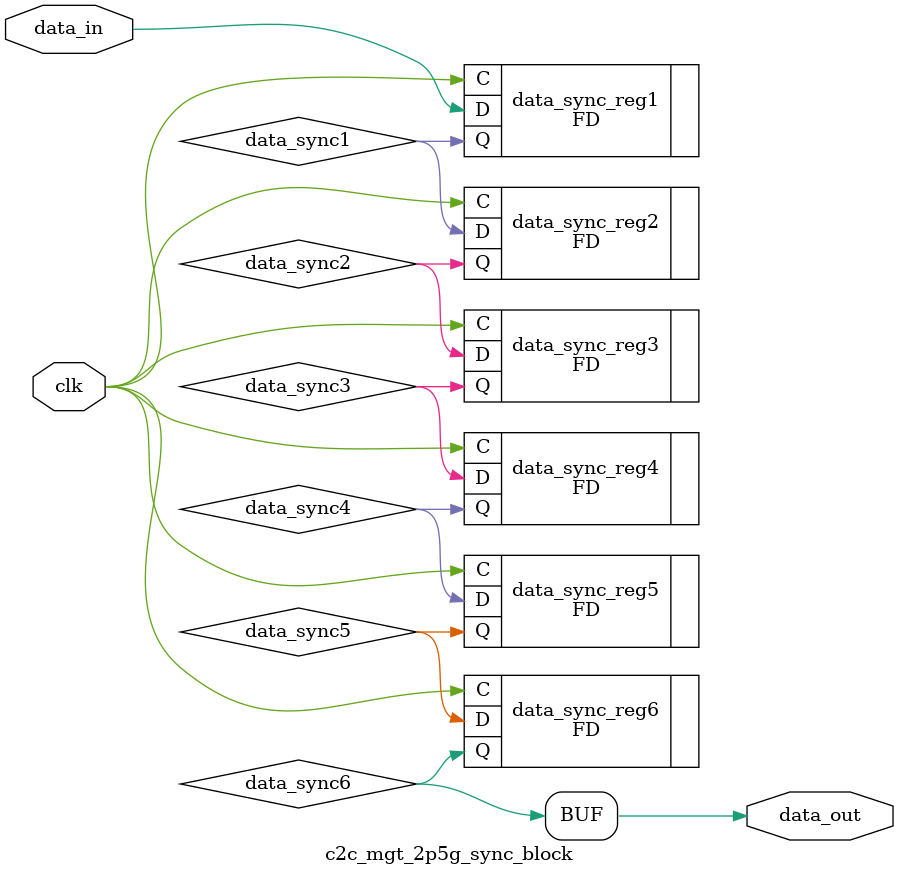
<source format=v>




`timescale 1ps / 1ps

//(* dont_touch = "yes" *)
module c2c_mgt_2p5g_sync_block #(
  parameter INITIALISE = 6'b000000
)
(
  input        clk,              // clock to be sync'ed to
  input        data_in,          // Data to be 'synced'
  output       data_out          // synced data
);

  // Internal Signals
  wire data_sync1;
  wire data_sync2;
  wire data_sync3;
  wire data_sync4;
  wire data_sync5;
  wire data_sync6;


  (* shreg_extract = "no", ASYNC_REG = "TRUE" *)
  FD #(
    .INIT (INITIALISE[0])
  ) data_sync_reg1 (
    .C  (clk),
    .D  (data_in),
    .Q  (data_sync1)
  );


  (* shreg_extract = "no", ASYNC_REG = "TRUE" *)
  FD #(
   .INIT (INITIALISE[1])
  ) data_sync_reg2 (
  .C  (clk),
  .D  (data_sync1),
  .Q  (data_sync2)
  );


  (* shreg_extract = "no", ASYNC_REG = "TRUE" *)
  FD #(
   .INIT (INITIALISE[2])
  ) data_sync_reg3 (
  .C  (clk),
  .D  (data_sync2),
  .Q  (data_sync3)
  );

  (* shreg_extract = "no", ASYNC_REG = "TRUE" *)
  FD #(
   .INIT (INITIALISE[3])
  ) data_sync_reg4 (
  .C  (clk),
  .D  (data_sync3),
  .Q  (data_sync4)
  );

  (* shreg_extract = "no", ASYNC_REG = "TRUE" *)
  FD #(
   .INIT (INITIALISE[4])
  ) data_sync_reg5 (
  .C  (clk),
  .D  (data_sync4),
  .Q  (data_sync5)
  );

  (* shreg_extract = "no", ASYNC_REG = "TRUE" *)
  FD #(
   .INIT (INITIALISE[5])
  ) data_sync_reg6 (
  .C  (clk),
  .D  (data_sync5),
  .Q  (data_sync6)
  );
  assign data_out = data_sync6;



endmodule

</source>
